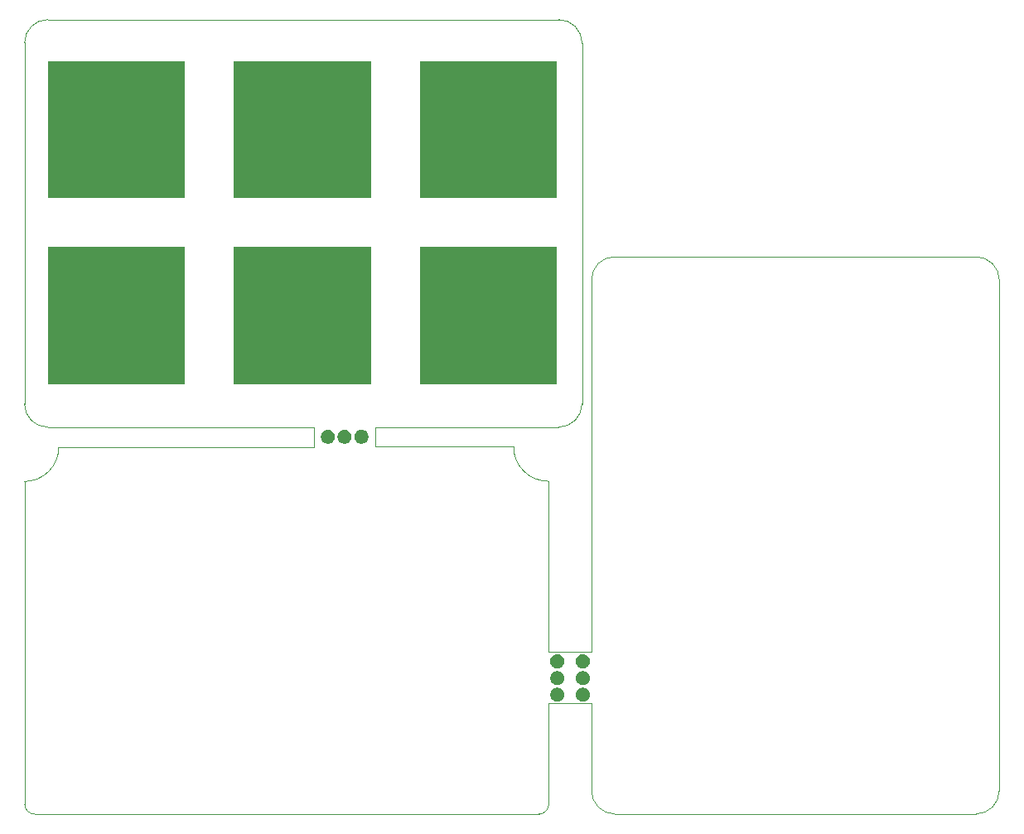
<source format=gbr>
%TF.GenerationSoftware,Altium Limited,Altium Designer,20.1.12 (249)*%
G04 Layer_Color=0*
%FSLAX26Y26*%
%MOIN*%
%TF.SameCoordinates,9E99BA8B-9897-4C81-AE0E-6E9FF3DC4262*%
%TF.FilePolarity,Positive*%
%TF.FileFunction,Profile,NP*%
%TF.Part,Single*%
G01*
G75*
%TA.AperFunction,Profile*%
%ADD31C,0.001000*%
G36*
X2177084Y619888D02*
Y622684D01*
X2175992Y628169D01*
X2173852Y633336D01*
X2170745Y637986D01*
X2166791Y641940D01*
X2162141Y645047D01*
X2156974Y647187D01*
X2151490Y648278D01*
X2148693D01*
X2145897D01*
X2140412Y647187D01*
X2135246Y645047D01*
X2130596Y641940D01*
X2126641Y637986D01*
X2123535Y633336D01*
X2121394Y628169D01*
X2120303Y622684D01*
Y619888D01*
Y617092D01*
X2121394Y611607D01*
X2123535Y606440D01*
X2126641Y601790D01*
X2130596Y597836D01*
X2135246Y594729D01*
X2140412Y592589D01*
X2145897Y591498D01*
X2148693D01*
X2151490D01*
X2156974Y592589D01*
X2162141Y594729D01*
X2166791Y597836D01*
X2170745Y601790D01*
X2173852Y606440D01*
X2175992Y611607D01*
X2177084Y617092D01*
Y619888D01*
D01*
D02*
G37*
G36*
X2177651Y552128D02*
Y554924D01*
X2176559Y560409D01*
X2174419Y565576D01*
X2171312Y570225D01*
X2167358Y574180D01*
X2162708Y577287D01*
X2157541Y579427D01*
X2152057Y580518D01*
X2149260D01*
X2146464D01*
X2140979Y579427D01*
X2135813Y577287D01*
X2131163Y574180D01*
X2127208Y570225D01*
X2124102Y565576D01*
X2121961Y560409D01*
X2120870Y554924D01*
Y552128D01*
Y549332D01*
X2121961Y543847D01*
X2124102Y538680D01*
X2127208Y534030D01*
X2131163Y530076D01*
X2135813Y526969D01*
X2140979Y524829D01*
X2146464Y523738D01*
X2149260D01*
X2152057D01*
X2157541Y524829D01*
X2162708Y526969D01*
X2167358Y530076D01*
X2171312Y534030D01*
X2174419Y538680D01*
X2176559Y543847D01*
X2177651Y549332D01*
Y552128D01*
D01*
D02*
G37*
G36*
Y485199D02*
Y487995D01*
X2176559Y493480D01*
X2174419Y498646D01*
X2171312Y503296D01*
X2167358Y507251D01*
X2162708Y510358D01*
X2157541Y512498D01*
X2152057Y513589D01*
X2149260D01*
X2146464D01*
X2140979Y512498D01*
X2135813Y510358D01*
X2131163Y507251D01*
X2127208Y503296D01*
X2124102Y498646D01*
X2121961Y493480D01*
X2120870Y487995D01*
Y485199D01*
Y482402D01*
X2121961Y476918D01*
X2124102Y471751D01*
X2127208Y467101D01*
X2131163Y463147D01*
X2135813Y460040D01*
X2140979Y457900D01*
X2146464Y456809D01*
X2149260D01*
X2152057D01*
X2157541Y457900D01*
X2162708Y460040D01*
X2167358Y463147D01*
X2171312Y467101D01*
X2174419Y471751D01*
X2176559Y476918D01*
X2177651Y482402D01*
Y485199D01*
D01*
D02*
G37*
G36*
X2280013D02*
Y487995D01*
X2278922Y493480D01*
X2276782Y498646D01*
X2273675Y503296D01*
X2269720Y507251D01*
X2265070Y510358D01*
X2259904Y512498D01*
X2254419Y513589D01*
X2251623D01*
X2248827D01*
X2243342Y512498D01*
X2238175Y510358D01*
X2233525Y507251D01*
X2229571Y503296D01*
X2226464Y498646D01*
X2224324Y493480D01*
X2223233Y487995D01*
Y485199D01*
Y482402D01*
X2224324Y476918D01*
X2226464Y471751D01*
X2229571Y467101D01*
X2233525Y463147D01*
X2238175Y460040D01*
X2243342Y457900D01*
X2248827Y456809D01*
X2251623D01*
X2254419D01*
X2259904Y457900D01*
X2265070Y460040D01*
X2269720Y463147D01*
X2273675Y467101D01*
X2276782Y471751D01*
X2278922Y476918D01*
X2280013Y482402D01*
Y485199D01*
D01*
D02*
G37*
G36*
Y552128D02*
Y554924D01*
X2278922Y560409D01*
X2276782Y565576D01*
X2273675Y570225D01*
X2269720Y574180D01*
X2265070Y577287D01*
X2259904Y579427D01*
X2254419Y580518D01*
X2251623D01*
X2248827D01*
X2243342Y579427D01*
X2238175Y577287D01*
X2233525Y574180D01*
X2229571Y570225D01*
X2226464Y565576D01*
X2224324Y560409D01*
X2223233Y554924D01*
Y552128D01*
Y549332D01*
X2224324Y543847D01*
X2226464Y538680D01*
X2229571Y534030D01*
X2233525Y530076D01*
X2238175Y526969D01*
X2243342Y524829D01*
X2248827Y523738D01*
X2251623D01*
X2254419D01*
X2259904Y524829D01*
X2265070Y526969D01*
X2269720Y530076D01*
X2273675Y534030D01*
X2276782Y538680D01*
X2278922Y543847D01*
X2280013Y549332D01*
Y552128D01*
D01*
D02*
G37*
G36*
X2279446Y619888D02*
Y622684D01*
X2278355Y628169D01*
X2276215Y633336D01*
X2273108Y637986D01*
X2269153Y641940D01*
X2264503Y645047D01*
X2259337Y647187D01*
X2253852Y648278D01*
X2251056D01*
X2248260D01*
X2242775Y647187D01*
X2237608Y645047D01*
X2232958Y641940D01*
X2229004Y637986D01*
X2225897Y633336D01*
X2223757Y628169D01*
X2222666Y622684D01*
Y619888D01*
Y617092D01*
X2223757Y611607D01*
X2225897Y606440D01*
X2229004Y601790D01*
X2232958Y597836D01*
X2237608Y594729D01*
X2242775Y592589D01*
X2248260Y591498D01*
X2251056D01*
X2253852D01*
X2259337Y592589D01*
X2264503Y594729D01*
X2269153Y597836D01*
X2273108Y601790D01*
X2276215Y606440D01*
X2278355Y611607D01*
X2279446Y617092D01*
Y619888D01*
D01*
D02*
G37*
G36*
X1225566Y1495248D02*
X1228362D01*
X1233847Y1496340D01*
X1239014Y1498480D01*
X1243664Y1501586D01*
X1247618Y1505541D01*
X1250725Y1510191D01*
X1252865Y1515358D01*
X1253956Y1520842D01*
Y1523639D01*
Y1526435D01*
X1252865Y1531920D01*
X1250725Y1537086D01*
X1247618Y1541736D01*
X1243664Y1545691D01*
X1239014Y1548797D01*
X1233847Y1550938D01*
X1228362Y1552029D01*
X1225566D01*
X1222770D01*
X1217285Y1550938D01*
X1212118Y1548797D01*
X1207468Y1545691D01*
X1203514Y1541736D01*
X1200407Y1537086D01*
X1198267Y1531920D01*
X1197176Y1526435D01*
Y1523639D01*
Y1520842D01*
X1198267Y1515358D01*
X1200407Y1510191D01*
X1203514Y1505541D01*
X1207468Y1501586D01*
X1212118Y1498480D01*
X1217285Y1496340D01*
X1222770Y1495248D01*
X1225566D01*
D01*
D02*
G37*
G36*
X1292495D02*
X1295291D01*
X1300776Y1496340D01*
X1305943Y1498480D01*
X1310593Y1501586D01*
X1314547Y1505541D01*
X1317654Y1510191D01*
X1319794Y1515358D01*
X1320885Y1520842D01*
Y1523639D01*
Y1526435D01*
X1319794Y1531920D01*
X1317654Y1537086D01*
X1314547Y1541736D01*
X1310593Y1545691D01*
X1305943Y1548797D01*
X1300776Y1550938D01*
X1295291Y1552029D01*
X1292495D01*
X1289699D01*
X1284214Y1550938D01*
X1279047Y1548797D01*
X1274397Y1545691D01*
X1270443Y1541736D01*
X1267336Y1537086D01*
X1265196Y1531920D01*
X1264105Y1526435D01*
Y1523639D01*
Y1520842D01*
X1265196Y1515358D01*
X1267336Y1510191D01*
X1270443Y1505541D01*
X1274397Y1501586D01*
X1279047Y1498480D01*
X1284214Y1496340D01*
X1289699Y1495248D01*
X1292495D01*
D01*
D02*
G37*
G36*
X1360255Y1495815D02*
X1363051D01*
X1368536Y1496907D01*
X1373703Y1499047D01*
X1378353Y1502153D01*
X1382307Y1506108D01*
X1385414Y1510758D01*
X1387554Y1515925D01*
X1388645Y1521409D01*
Y1524206D01*
Y1527002D01*
X1387554Y1532487D01*
X1385414Y1537653D01*
X1382307Y1542303D01*
X1378353Y1546258D01*
X1373703Y1549364D01*
X1368536Y1551505D01*
X1363051Y1552596D01*
X1360255D01*
X1357459D01*
X1351974Y1551505D01*
X1346807Y1549364D01*
X1342158Y1546258D01*
X1338203Y1542303D01*
X1335096Y1537653D01*
X1332956Y1532487D01*
X1331865Y1527002D01*
Y1524206D01*
Y1521409D01*
X1332956Y1515925D01*
X1335096Y1510758D01*
X1338203Y1506108D01*
X1342158Y1502153D01*
X1346807Y1499047D01*
X1351974Y1496907D01*
X1357459Y1495815D01*
X1360255D01*
D01*
D02*
G37*
G36*
X98137Y1735472D02*
X649318D01*
Y2286653D01*
X98137D01*
Y1735472D01*
D02*
G37*
G36*
X1596562Y1735472D02*
X2147744D01*
Y2286653D01*
X1596562D01*
Y1735472D01*
D02*
G37*
G36*
X98137Y2484685D02*
X649318D01*
Y3035866D01*
X98137D01*
Y2484685D01*
D02*
G37*
G36*
X1596562Y2484685D02*
X2147744D01*
Y3035866D01*
X1596562D01*
Y2484685D01*
D02*
G37*
G36*
X847350Y1735472D02*
X1398531D01*
Y2286653D01*
X847350D01*
Y1735472D01*
D02*
G37*
G36*
Y2484685D02*
X1398531D01*
Y3035866D01*
X847350D01*
Y2484685D01*
D02*
G37*
D31*
X5975Y44370D02*
G03*
X45345Y5000I39370J0D01*
G01*
Y5078D01*
X2074873Y5000D01*
D02*
G03*
X2114243Y44370I0J39370D01*
G01*
X2114173Y44440D01*
Y449970D01*
X2286417D01*
Y98386D01*
X2286571D01*
D02*
G03*
X2379738Y5219I93167J0D01*
G01*
Y5216D01*
X3833427Y5000D01*
Y5197D01*
D02*
G03*
X3926594Y98364I0J93167D01*
G01*
X3926269D01*
X3926581Y2154619D01*
X3926829D01*
D02*
G03*
X3834008Y2247440I-92821J0D01*
G01*
X3834008Y2247659D01*
X2379526Y2248016D01*
Y2248120D01*
D02*
G03*
X2286358Y2154953I0J-93167D01*
G01*
X2287401D01*
X2287402Y658465D01*
X2286417Y657480D01*
X2114243D01*
X2114243Y1344796D01*
X2110839D01*
D02*
G02*
X1973044Y1482591I0J137795D01*
G01*
Y1484252D01*
X1417169D01*
Y1562008D01*
X2154734Y1562008D01*
Y1562161D01*
D02*
G03*
X2247901Y1655329I0J93167D01*
G01*
X2248120D01*
X2248120Y3109017D01*
X2247923D01*
D02*
G03*
X2154756Y3202184I-93167J0D01*
G01*
Y3201859D01*
X98501Y3202172D01*
Y3202419D01*
D02*
G03*
X5680Y3109599I0J-92821D01*
G01*
X5461Y3109599D01*
X5104Y1655116D01*
X5000D01*
D02*
G03*
X98167Y1561949I93167J0D01*
G01*
Y1562008D01*
X1169532Y1562008D01*
Y1481653D01*
X142795Y1481653D01*
Y1481299D01*
D02*
G02*
X5000Y1343504I-137795J0D01*
G01*
X5147Y1343504D01*
X5975Y44370D01*
%TF.MD5,8bbb0972ad56849fa49e1f644f8b2434*%
M02*

</source>
